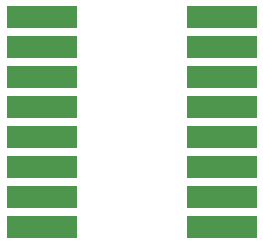
<source format=gtp>
%TF.GenerationSoftware,KiCad,Pcbnew,8.0.8*%
%TF.CreationDate,2025-02-18T09:35:38+01:00*%
%TF.ProjectId,Robot,526f626f-742e-46b6-9963-61645f706362,rev?*%
%TF.SameCoordinates,Original*%
%TF.FileFunction,Paste,Top*%
%TF.FilePolarity,Positive*%
%FSLAX46Y46*%
G04 Gerber Fmt 4.6, Leading zero omitted, Abs format (unit mm)*
G04 Created by KiCad (PCBNEW 8.0.8) date 2025-02-18 09:35:38*
%MOMM*%
%LPD*%
G01*
G04 APERTURE LIST*
%ADD10R,6.000000X1.905000*%
G04 APERTURE END LIST*
D10*
%TO.C,U1*%
X111800000Y-124134314D03*
X111800000Y-121594314D03*
X111800000Y-119054314D03*
X111800000Y-116514314D03*
X111800000Y-111434314D03*
X111800000Y-113974314D03*
X96560000Y-106354314D03*
X111800000Y-106354314D03*
X96560000Y-108894314D03*
X96560000Y-111434314D03*
X96560000Y-113974314D03*
X96560000Y-116514314D03*
X96560000Y-119054314D03*
X96560000Y-121594314D03*
X96560000Y-124134314D03*
X111800000Y-108894314D03*
%TD*%
M02*

</source>
